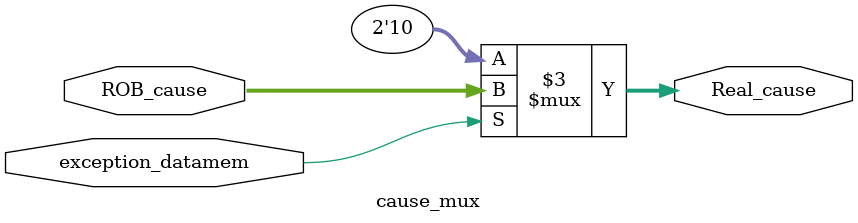
<source format=v>
module cause_mux(
  input wire [1:0] ROB_cause,
  input wire exception_datamem,
  output reg [1:0] Real_cause
);

    always @ (*) begin
      if (exception_datamem) begin
        Real_cause <= ROB_cause;
      end else begin
        Real_cause <= 2'b10;
    end
    end
endmodule

</source>
